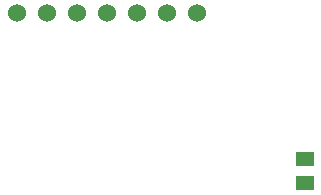
<source format=gbl>
G04*
G04 #@! TF.GenerationSoftware,Altium Limited,Altium Designer,20.1.14 (287)*
G04*
G04 Layer_Physical_Order=2*
G04 Layer_Color=16711680*
%FSLAX25Y25*%
%MOIN*%
G70*
G04*
G04 #@! TF.SameCoordinates,ED3C4BB4-71E9-4A6E-9139-F99DAA76467E*
G04*
G04*
G04 #@! TF.FilePolarity,Positive*
G04*
G01*
G75*
%ADD23R,0.06102X0.04921*%
%ADD37C,0.06000*%
D23*
X203000Y104465D02*
D03*
Y112535D02*
D03*
D37*
X107000Y161000D02*
D03*
X117000D02*
D03*
X127000D02*
D03*
X137000D02*
D03*
X147000D02*
D03*
X157000D02*
D03*
X167000D02*
D03*
M02*

</source>
